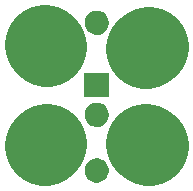
<source format=gbs>
%TF.GenerationSoftware,KiCad,Pcbnew,4.0.5-e0-6337~49~ubuntu16.04.1*%
%TF.CreationDate,2017-01-19T01:23:12-08:00*%
%TF.ProjectId,2x2-LED-RGB-TH-4PIN,3278322D4C45442D5247422D54482D34,1.0*%
%TF.FileFunction,Soldermask,Bot*%
%FSLAX46Y46*%
G04 Gerber Fmt 4.6, Leading zero omitted, Abs format (unit mm)*
G04 Created by KiCad (PCBNEW 4.0.5-e0-6337~49~ubuntu16.04.1) date Thu Jan 19 01:23:12 2017*
%MOMM*%
%LPD*%
G01*
G04 APERTURE LIST*
%ADD10C,0.350000*%
%ADD11C,6.800000*%
G04 APERTURE END LIST*
D10*
D11*
X152827600Y-86675960D02*
X153027600Y-86475960D01*
X144427600Y-86475960D02*
X144227600Y-86275960D01*
X144427600Y-94675960D02*
X144227600Y-94875960D01*
X152827600Y-94675960D02*
X153027600Y-94875960D01*
D10*
G36*
X148735390Y-95900441D02*
X148932521Y-95940907D01*
X149118051Y-96018897D01*
X149284892Y-96131433D01*
X149426698Y-96274232D01*
X149538066Y-96441855D01*
X149614756Y-96627918D01*
X149653776Y-96824987D01*
X149653776Y-96824992D01*
X149653844Y-96825336D01*
X149650634Y-97055199D01*
X149650557Y-97055537D01*
X149650557Y-97055546D01*
X149606049Y-97251450D01*
X149524196Y-97435295D01*
X149408188Y-97599746D01*
X149262450Y-97738531D01*
X149092531Y-97846365D01*
X148904899Y-97919142D01*
X148706712Y-97954088D01*
X148505505Y-97949873D01*
X148308951Y-97906659D01*
X148124533Y-97826088D01*
X147959282Y-97711235D01*
X147819482Y-97566469D01*
X147710464Y-97397305D01*
X147636377Y-97210184D01*
X147600049Y-97012248D01*
X147602858Y-96811018D01*
X147644702Y-96614165D01*
X147723980Y-96429192D01*
X147837680Y-96263138D01*
X147981465Y-96122333D01*
X148149865Y-96012136D01*
X148336460Y-95936746D01*
X148534140Y-95899037D01*
X148735390Y-95900441D01*
X148735390Y-95900441D01*
G37*
G36*
X144950710Y-91601807D02*
X145541655Y-91723111D01*
X146097798Y-91956892D01*
X146597934Y-92294238D01*
X147023021Y-92722303D01*
X147356866Y-93224781D01*
X147586756Y-93782536D01*
X147703864Y-94373974D01*
X147703864Y-94373984D01*
X147703931Y-94374323D01*
X147694310Y-95063376D01*
X147694233Y-95063714D01*
X147694233Y-95063722D01*
X147560657Y-95651661D01*
X147315285Y-96202776D01*
X146967537Y-96695738D01*
X146530662Y-97111769D01*
X146021300Y-97435021D01*
X145458854Y-97653179D01*
X144864747Y-97757936D01*
X144261603Y-97745302D01*
X143672400Y-97615757D01*
X143119582Y-97374237D01*
X142624207Y-97029942D01*
X142205137Y-96595983D01*
X141878338Y-96088890D01*
X141656256Y-95527974D01*
X141547355Y-94934618D01*
X141555777Y-94331401D01*
X141681206Y-93741307D01*
X141918859Y-93186818D01*
X142259691Y-92689048D01*
X142690712Y-92266960D01*
X143195513Y-91936628D01*
X143754859Y-91710637D01*
X144347445Y-91597596D01*
X144950710Y-91601807D01*
X144950710Y-91601807D01*
G37*
G36*
X152950710Y-91601807D02*
X153541655Y-91723111D01*
X154097798Y-91956892D01*
X154597934Y-92294238D01*
X155023021Y-92722303D01*
X155356866Y-93224781D01*
X155586756Y-93782536D01*
X155703864Y-94373974D01*
X155703864Y-94373984D01*
X155703931Y-94374323D01*
X155694310Y-95063376D01*
X155694233Y-95063714D01*
X155694233Y-95063722D01*
X155560657Y-95651661D01*
X155315285Y-96202776D01*
X154967537Y-96695738D01*
X154530662Y-97111769D01*
X154021300Y-97435021D01*
X153458854Y-97653179D01*
X152864747Y-97757936D01*
X152261603Y-97745302D01*
X151672400Y-97615757D01*
X151119582Y-97374237D01*
X150624207Y-97029942D01*
X150205137Y-96595983D01*
X149878338Y-96088890D01*
X149656256Y-95527974D01*
X149547355Y-94934618D01*
X149555777Y-94331401D01*
X149681206Y-93741307D01*
X149918859Y-93186818D01*
X150259691Y-92689048D01*
X150690712Y-92266960D01*
X151195513Y-91936628D01*
X151754859Y-91710637D01*
X152347445Y-91597596D01*
X152950710Y-91601807D01*
X152950710Y-91601807D01*
G37*
G36*
X148735390Y-91190441D02*
X148932521Y-91230907D01*
X149118051Y-91308897D01*
X149284892Y-91421433D01*
X149426698Y-91564232D01*
X149538066Y-91731855D01*
X149614756Y-91917918D01*
X149653776Y-92114987D01*
X149653776Y-92114992D01*
X149653844Y-92115336D01*
X149650634Y-92345199D01*
X149650557Y-92345537D01*
X149650557Y-92345546D01*
X149606049Y-92541450D01*
X149524196Y-92725295D01*
X149408188Y-92889746D01*
X149262450Y-93028531D01*
X149092531Y-93136365D01*
X148904899Y-93209142D01*
X148706712Y-93244088D01*
X148505505Y-93239873D01*
X148308951Y-93196659D01*
X148124533Y-93116088D01*
X147959282Y-93001235D01*
X147819482Y-92856469D01*
X147710464Y-92687305D01*
X147636377Y-92500184D01*
X147600049Y-92302248D01*
X147602858Y-92101018D01*
X147644702Y-91904165D01*
X147723980Y-91719192D01*
X147837680Y-91553138D01*
X147981465Y-91412333D01*
X148149865Y-91302136D01*
X148336460Y-91226746D01*
X148534140Y-91189037D01*
X148735390Y-91190441D01*
X148735390Y-91190441D01*
G37*
G36*
X149703800Y-90702160D02*
X147551400Y-90702160D01*
X147551400Y-88649760D01*
X149703800Y-88649760D01*
X149703800Y-90702160D01*
X149703800Y-90702160D01*
G37*
G36*
X144950710Y-83601807D02*
X145541655Y-83723111D01*
X146097798Y-83956892D01*
X146597934Y-84294238D01*
X147023021Y-84722303D01*
X147356866Y-85224781D01*
X147586756Y-85782536D01*
X147703864Y-86373974D01*
X147703864Y-86373984D01*
X147703931Y-86374323D01*
X147694310Y-87063376D01*
X147694233Y-87063714D01*
X147694233Y-87063722D01*
X147560657Y-87651661D01*
X147315285Y-88202776D01*
X146967537Y-88695738D01*
X146530662Y-89111769D01*
X146021300Y-89435021D01*
X145458854Y-89653179D01*
X144864747Y-89757936D01*
X144261603Y-89745302D01*
X143672400Y-89615757D01*
X143119582Y-89374237D01*
X142624207Y-89029942D01*
X142205137Y-88595983D01*
X141878338Y-88088890D01*
X141656256Y-87527974D01*
X141547355Y-86934618D01*
X141555777Y-86331401D01*
X141681206Y-85741307D01*
X141918859Y-85186818D01*
X142259691Y-84689048D01*
X142690712Y-84266960D01*
X143195513Y-83936628D01*
X143754859Y-83710637D01*
X144347445Y-83597596D01*
X144950710Y-83601807D01*
X144950710Y-83601807D01*
G37*
G36*
X152950710Y-83601807D02*
X153541655Y-83723111D01*
X154097798Y-83956892D01*
X154597934Y-84294238D01*
X155023021Y-84722303D01*
X155356866Y-85224781D01*
X155586756Y-85782536D01*
X155703864Y-86373974D01*
X155703864Y-86373984D01*
X155703931Y-86374323D01*
X155694310Y-87063376D01*
X155694233Y-87063714D01*
X155694233Y-87063722D01*
X155560657Y-87651661D01*
X155315285Y-88202776D01*
X154967537Y-88695738D01*
X154530662Y-89111769D01*
X154021300Y-89435021D01*
X153458854Y-89653179D01*
X152864747Y-89757936D01*
X152261603Y-89745302D01*
X151672400Y-89615757D01*
X151119582Y-89374237D01*
X150624207Y-89029942D01*
X150205137Y-88595983D01*
X149878338Y-88088890D01*
X149656256Y-87527974D01*
X149547355Y-86934618D01*
X149555777Y-86331401D01*
X149681206Y-85741307D01*
X149918859Y-85186818D01*
X150259691Y-84689048D01*
X150690712Y-84266960D01*
X151195513Y-83936628D01*
X151754859Y-83710637D01*
X152347445Y-83597596D01*
X152950710Y-83601807D01*
X152950710Y-83601807D01*
G37*
G36*
X148735390Y-83400441D02*
X148932521Y-83440907D01*
X149118051Y-83518897D01*
X149284892Y-83631433D01*
X149426698Y-83774232D01*
X149538066Y-83941855D01*
X149614756Y-84127918D01*
X149653776Y-84324987D01*
X149653776Y-84324992D01*
X149653844Y-84325336D01*
X149650634Y-84555199D01*
X149650557Y-84555537D01*
X149650557Y-84555546D01*
X149606049Y-84751450D01*
X149524196Y-84935295D01*
X149408188Y-85099746D01*
X149262450Y-85238531D01*
X149092531Y-85346365D01*
X148904899Y-85419142D01*
X148706712Y-85454088D01*
X148505505Y-85449873D01*
X148308951Y-85406659D01*
X148124533Y-85326088D01*
X147959282Y-85211235D01*
X147819482Y-85066469D01*
X147710464Y-84897305D01*
X147636377Y-84710184D01*
X147600049Y-84512248D01*
X147602858Y-84311018D01*
X147644702Y-84114165D01*
X147723980Y-83929192D01*
X147837680Y-83763138D01*
X147981465Y-83622333D01*
X148149865Y-83512136D01*
X148336460Y-83436746D01*
X148534140Y-83399037D01*
X148735390Y-83400441D01*
X148735390Y-83400441D01*
G37*
M02*

</source>
